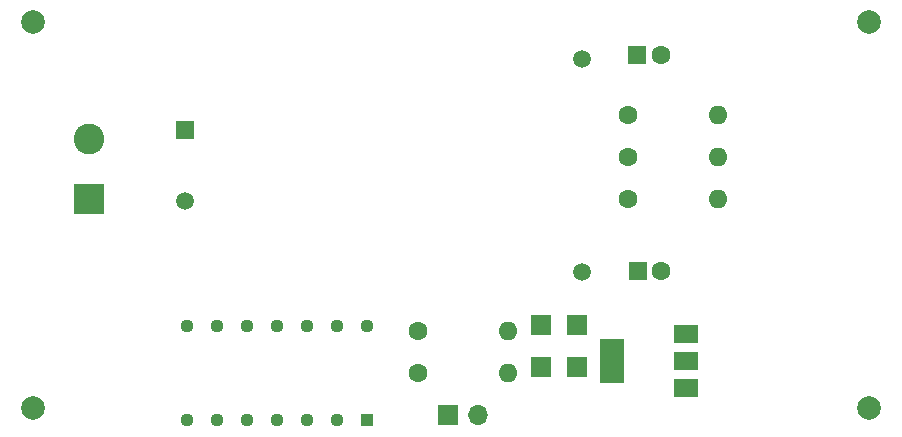
<source format=gbr>
%TF.GenerationSoftware,KiCad,Pcbnew,(6.0.0)*%
%TF.CreationDate,2022-04-27T16:55:33-04:00*%
%TF.ProjectId,ESP12SmallNightLight,45535031-3253-46d6-916c-6c4e69676874,rev?*%
%TF.SameCoordinates,Original*%
%TF.FileFunction,Soldermask,Top*%
%TF.FilePolarity,Negative*%
%FSLAX46Y46*%
G04 Gerber Fmt 4.6, Leading zero omitted, Abs format (unit mm)*
G04 Created by KiCad (PCBNEW (6.0.0)) date 2022-04-27 16:55:33*
%MOMM*%
%LPD*%
G01*
G04 APERTURE LIST*
%ADD10C,2.000000*%
%ADD11C,1.600000*%
%ADD12O,1.600000X1.600000*%
%ADD13R,2.000000X1.500000*%
%ADD14R,2.000000X3.800000*%
%ADD15R,1.500000X1.500000*%
%ADD16C,1.500000*%
%ADD17R,1.600000X1.600000*%
%ADD18R,1.700000X1.700000*%
%ADD19O,1.700000X1.700000*%
%ADD20R,2.600000X2.600000*%
%ADD21C,2.600000*%
%ADD22R,1.130000X1.130000*%
%ADD23C,1.130000*%
G04 APERTURE END LIST*
D10*
%TO.C,REF\u002A\u002A*%
X68780000Y-79700000D03*
%TD*%
D11*
%TO.C,R2*%
X101346000Y-73152000D03*
D12*
X108966000Y-73152000D03*
%TD*%
D11*
%TO.C,R3*%
X119126000Y-61976000D03*
D12*
X126746000Y-61976000D03*
%TD*%
D10*
%TO.C,REF\u002A\u002A*%
X68780000Y-47000000D03*
%TD*%
D13*
%TO.C,U2*%
X124054000Y-77992000D03*
X124054000Y-75692000D03*
D14*
X117754000Y-75692000D03*
D13*
X124054000Y-73392000D03*
%TD*%
D11*
%TO.C,R1*%
X101346000Y-76708000D03*
D12*
X108966000Y-76708000D03*
%TD*%
D15*
%TO.C,PS1*%
X81609225Y-56124000D03*
D16*
X81609225Y-62124000D03*
X115209225Y-50124000D03*
X115209225Y-68124000D03*
%TD*%
D17*
%TO.C,C1*%
X119948888Y-68072000D03*
D11*
X121948888Y-68072000D03*
%TD*%
D17*
%TO.C,C2*%
X119888000Y-49784000D03*
D11*
X121888000Y-49784000D03*
%TD*%
D18*
%TO.C,J5*%
X103881000Y-80264000D03*
D19*
X106421000Y-80264000D03*
%TD*%
D11*
%TO.C,R5*%
X119126000Y-58420000D03*
D12*
X126746000Y-58420000D03*
%TD*%
D20*
%TO.C,J1*%
X73457000Y-61981000D03*
D21*
X73457000Y-56901000D03*
%TD*%
D10*
%TO.C,REF\u002A\u002A*%
X139500000Y-79700000D03*
%TD*%
D11*
%TO.C,R4*%
X119126000Y-54864000D03*
D12*
X126746000Y-54864000D03*
%TD*%
D10*
%TO.C,REF\u002A\u002A*%
X139500000Y-47000000D03*
%TD*%
D18*
%TO.C,J6*%
X111760000Y-72644000D03*
%TD*%
D22*
%TO.C,IC1*%
X97028000Y-80678000D03*
D23*
X94488000Y-80678000D03*
X91948000Y-80678000D03*
X89408000Y-80678000D03*
X86868000Y-80678000D03*
X84328000Y-80678000D03*
X81788000Y-80678000D03*
X81788000Y-72738000D03*
X84328000Y-72738000D03*
X86868000Y-72738000D03*
X89408000Y-72738000D03*
X91948000Y-72738000D03*
X94488000Y-72738000D03*
X97028000Y-72738000D03*
%TD*%
D18*
%TO.C,J4*%
X114808000Y-76200000D03*
%TD*%
%TO.C,J3*%
X114808000Y-72644000D03*
%TD*%
%TO.C,J2*%
X111760000Y-76200000D03*
%TD*%
M02*

</source>
